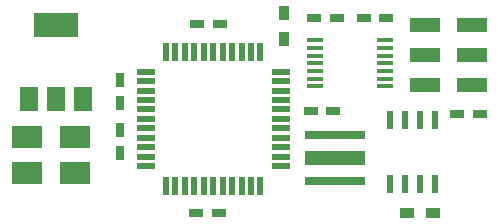
<source format=gbp>
G04 #@! TF.GenerationSoftware,KiCad,Pcbnew,no-vcs-found-200df95~58~ubuntu16.04.1*
G04 #@! TF.CreationDate,2017-05-29T15:27:06+03:00*
G04 #@! TF.ProjectId,ws281x_led_strip_controller,7773323831785F6C65645F7374726970,rev?*
G04 #@! TF.FileFunction,Paste,Bot*
G04 #@! TF.FilePolarity,Positive*
%FSLAX46Y46*%
G04 Gerber Fmt 4.6, Leading zero omitted, Abs format (unit mm)*
G04 Created by KiCad (PCBNEW no-vcs-found-200df95~58~ubuntu16.04.1) date Mon May 29 15:27:06 2017*
%MOMM*%
%LPD*%
G01*
G04 APERTURE LIST*
%ADD10C,0.100000*%
%ADD11R,5.100000X0.800000*%
%ADD12R,5.100000X1.300000*%
%ADD13R,1.200000X0.750000*%
%ADD14R,0.750000X1.200000*%
%ADD15R,2.500000X1.270000*%
%ADD16R,0.900000X1.200000*%
%ADD17R,1.450000X0.450000*%
%ADD18R,2.500000X1.950000*%
%ADD19R,0.600000X1.550000*%
%ADD20R,1.500000X2.000000*%
%ADD21R,3.800000X2.000000*%
%ADD22R,1.200000X0.900000*%
%ADD23R,0.550000X1.500000*%
%ADD24R,1.500000X0.550000*%
G04 APERTURE END LIST*
D10*
D11*
X104700000Y-88950000D03*
D12*
X104700000Y-87000000D03*
D11*
X104700000Y-85050000D03*
D13*
X102950000Y-75200000D03*
X104850000Y-75200000D03*
X94950000Y-75700000D03*
X93050000Y-75700000D03*
X92950000Y-91700000D03*
X94850000Y-91700000D03*
D14*
X86500000Y-86550000D03*
X86500000Y-84650000D03*
X86500000Y-82350000D03*
X86500000Y-80450000D03*
D13*
X109050000Y-75200000D03*
X107150000Y-75200000D03*
D15*
X112300000Y-80800000D03*
X112300000Y-78300000D03*
X112300000Y-75760000D03*
X116300000Y-75760000D03*
X116300000Y-78300000D03*
X116300000Y-80840000D03*
D16*
X100400000Y-76900000D03*
X100400000Y-74700000D03*
D17*
X103050000Y-77050000D03*
X103050000Y-77700000D03*
X103050000Y-78350000D03*
X103050000Y-79000000D03*
X103050000Y-79650000D03*
X103050000Y-80300000D03*
X103050000Y-80950000D03*
X108950000Y-80950000D03*
X108950000Y-80300000D03*
X108950000Y-79650000D03*
X108950000Y-79000000D03*
X108950000Y-78350000D03*
X108950000Y-77700000D03*
X108950000Y-77050000D03*
D18*
X78600000Y-85275000D03*
X78600000Y-88325000D03*
X82700000Y-88325000D03*
X82700000Y-85275000D03*
D19*
X113210000Y-83800000D03*
X111940000Y-83800000D03*
X110670000Y-83800000D03*
X109400000Y-83800000D03*
X109400000Y-89200000D03*
X110670000Y-89200000D03*
X111940000Y-89200000D03*
X113210000Y-89200000D03*
D20*
X83400000Y-82050000D03*
X78800000Y-82050000D03*
X81100000Y-82050000D03*
D21*
X81100000Y-75750000D03*
D13*
X116950000Y-83300000D03*
X115050000Y-83300000D03*
D22*
X110800000Y-91700000D03*
X113000000Y-91700000D03*
D13*
X102650000Y-83000000D03*
X104550000Y-83000000D03*
D23*
X98400000Y-78000000D03*
X97600000Y-78000000D03*
X96800000Y-78000000D03*
X96000000Y-78000000D03*
X95200000Y-78000000D03*
X94400000Y-78000000D03*
X93600000Y-78000000D03*
X92800000Y-78000000D03*
X92000000Y-78000000D03*
X91200000Y-78000000D03*
X90400000Y-78000000D03*
D24*
X88700000Y-79700000D03*
X88700000Y-80500000D03*
X88700000Y-81300000D03*
X88700000Y-82100000D03*
X88700000Y-82900000D03*
X88700000Y-83700000D03*
X88700000Y-84500000D03*
X88700000Y-85300000D03*
X88700000Y-86100000D03*
X88700000Y-86900000D03*
X88700000Y-87700000D03*
D23*
X90400000Y-89400000D03*
X91200000Y-89400000D03*
X92000000Y-89400000D03*
X92800000Y-89400000D03*
X93600000Y-89400000D03*
X94400000Y-89400000D03*
X95200000Y-89400000D03*
X96000000Y-89400000D03*
X96800000Y-89400000D03*
X97600000Y-89400000D03*
X98400000Y-89400000D03*
D24*
X100100000Y-87700000D03*
X100100000Y-86900000D03*
X100100000Y-86100000D03*
X100100000Y-85300000D03*
X100100000Y-84500000D03*
X100100000Y-83700000D03*
X100100000Y-82900000D03*
X100100000Y-82100000D03*
X100100000Y-81300000D03*
X100100000Y-80500000D03*
X100100000Y-79700000D03*
M02*

</source>
